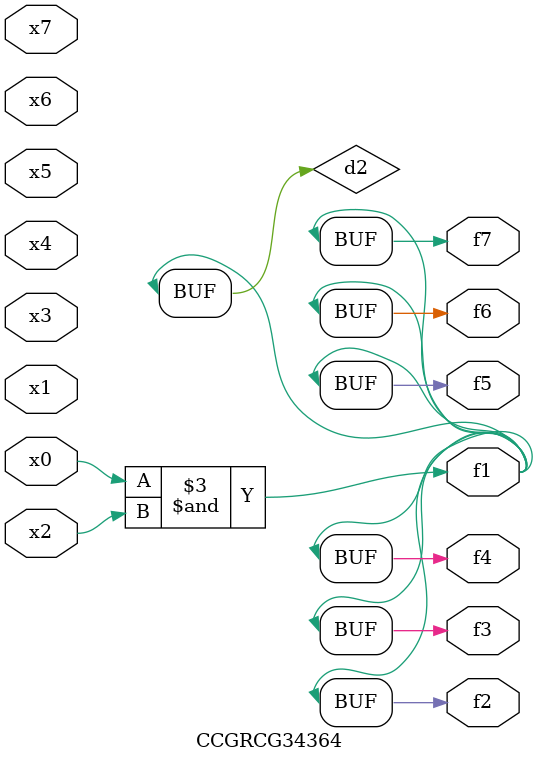
<source format=v>
module CCGRCG34364(
	input x0, x1, x2, x3, x4, x5, x6, x7,
	output f1, f2, f3, f4, f5, f6, f7
);

	wire d1, d2;

	nor (d1, x3, x6);
	and (d2, x0, x2);
	assign f1 = d2;
	assign f2 = d2;
	assign f3 = d2;
	assign f4 = d2;
	assign f5 = d2;
	assign f6 = d2;
	assign f7 = d2;
endmodule

</source>
